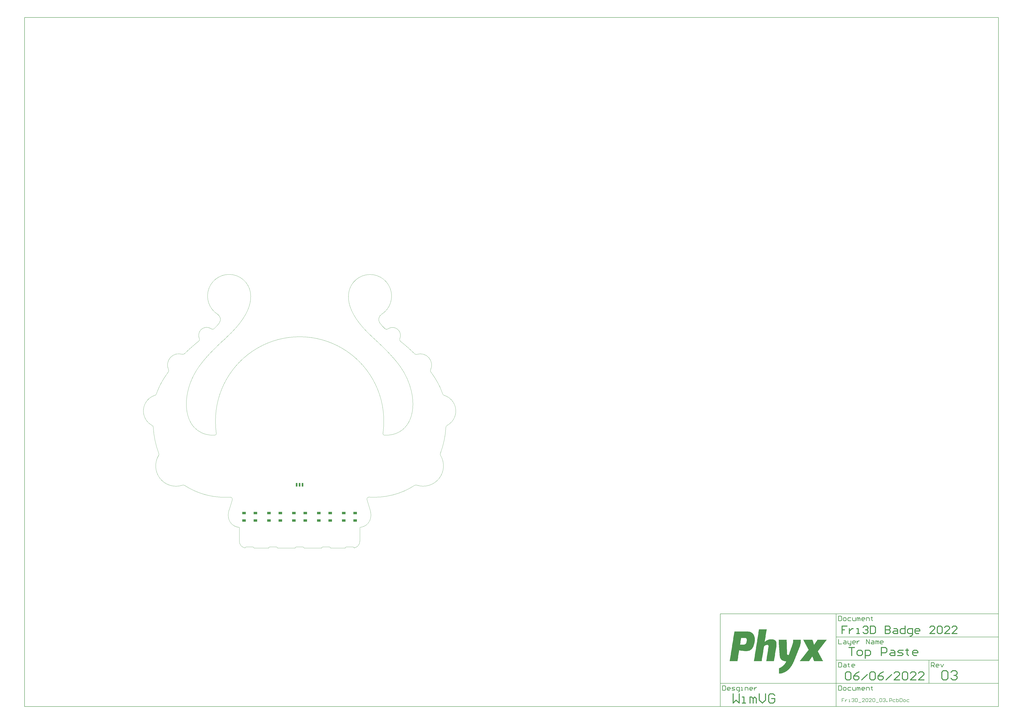
<source format=gtp>
G04*
G04 #@! TF.GenerationSoftware,Altium Limited,Altium Designer,22.6.0 (29)*
G04*
G04 Layer_Color=8421504*
%FSLAX25Y25*%
%MOIN*%
G70*
G04*
G04 #@! TF.SameCoordinates,2F1E6D50-AEE9-41E4-90EB-1875A1A680C2*
G04*
G04*
G04 #@! TF.FilePolarity,Positive*
G04*
G01*
G75*
%ADD11C,0.00787*%
%ADD12C,0.01575*%
%ADD14C,0.00394*%
%ADD15C,0.00984*%
%ADD16R,0.03150X0.05906*%
%ADD17R,0.05906X0.03937*%
G36*
X761965Y-141778D02*
X763683D01*
Y-142065D01*
X764542D01*
Y-142351D01*
X765401D01*
Y-142637D01*
X766260D01*
Y-142924D01*
X766832D01*
Y-143210D01*
X767119D01*
Y-143496D01*
X767691D01*
Y-143783D01*
X767978D01*
Y-144069D01*
X768550D01*
Y-144355D01*
X768837D01*
Y-144641D01*
X769123D01*
Y-144928D01*
X769409D01*
Y-145214D01*
X769696D01*
Y-145501D01*
X769982D01*
Y-145787D01*
X770268D01*
Y-146073D01*
Y-146359D01*
X770554D01*
Y-146646D01*
X770841D01*
Y-146932D01*
Y-147218D01*
X771127D01*
Y-147505D01*
X771414D01*
Y-147791D01*
Y-148077D01*
X771700D01*
Y-148364D01*
Y-148650D01*
Y-148936D01*
X771986D01*
Y-149223D01*
Y-149509D01*
Y-149795D01*
X772272D01*
Y-150082D01*
Y-150368D01*
Y-150654D01*
Y-150940D01*
X772559D01*
Y-151227D01*
Y-151513D01*
Y-151799D01*
Y-152086D01*
Y-152372D01*
X772845D01*
Y-152658D01*
Y-152945D01*
Y-153231D01*
Y-153517D01*
Y-153804D01*
Y-154090D01*
Y-154376D01*
Y-154663D01*
Y-154949D01*
Y-155235D01*
Y-155521D01*
Y-155808D01*
Y-156094D01*
Y-156380D01*
Y-156667D01*
Y-156953D01*
Y-157239D01*
Y-157526D01*
Y-157812D01*
Y-158098D01*
X772559D01*
Y-158385D01*
Y-158671D01*
Y-158957D01*
Y-159244D01*
Y-159530D01*
Y-159816D01*
Y-160102D01*
X772272D01*
Y-160389D01*
Y-160675D01*
Y-160961D01*
Y-161248D01*
Y-161534D01*
X771986D01*
Y-161820D01*
Y-162107D01*
Y-162393D01*
Y-162679D01*
Y-162966D01*
X771700D01*
Y-163252D01*
Y-163538D01*
Y-163824D01*
X771414D01*
Y-164111D01*
Y-164397D01*
Y-164683D01*
Y-164970D01*
X771127D01*
Y-165256D01*
Y-165542D01*
Y-165829D01*
X770841D01*
Y-166115D01*
Y-166401D01*
X770554D01*
Y-166688D01*
Y-166974D01*
Y-167260D01*
X770268D01*
Y-167547D01*
Y-167833D01*
X769982D01*
Y-168119D01*
Y-168405D01*
X769696D01*
Y-168692D01*
Y-168978D01*
X769409D01*
Y-169264D01*
X769123D01*
Y-169551D01*
Y-169837D01*
X768837D01*
Y-170123D01*
X768550D01*
Y-170410D01*
X768264D01*
Y-170696D01*
Y-170982D01*
X767978D01*
Y-171269D01*
X767691D01*
Y-171555D01*
X767405D01*
Y-171841D01*
X767119D01*
Y-172127D01*
X766832D01*
Y-172414D01*
X766260D01*
Y-172700D01*
X765974D01*
Y-172986D01*
X765401D01*
Y-173273D01*
X765115D01*
Y-173559D01*
X764542D01*
Y-173845D01*
X763683D01*
Y-174132D01*
X762824D01*
Y-174418D01*
X761965D01*
Y-174704D01*
X760247D01*
Y-174991D01*
X755094D01*
Y-174704D01*
X752517D01*
Y-174418D01*
X750513D01*
Y-174132D01*
X749081D01*
Y-173845D01*
X747649D01*
Y-173559D01*
X746218D01*
Y-173845D01*
Y-174132D01*
Y-174418D01*
Y-174704D01*
Y-174991D01*
Y-175277D01*
Y-175563D01*
X745932D01*
Y-175850D01*
Y-176136D01*
Y-176422D01*
Y-176709D01*
Y-176995D01*
Y-177281D01*
X745645D01*
Y-177568D01*
Y-177854D01*
Y-178140D01*
Y-178426D01*
Y-178713D01*
Y-178999D01*
X745359D01*
Y-179285D01*
Y-179572D01*
Y-179858D01*
Y-180144D01*
Y-180431D01*
Y-180717D01*
Y-181003D01*
X745073D01*
Y-181290D01*
Y-181576D01*
Y-181862D01*
Y-182149D01*
Y-182435D01*
Y-182721D01*
X744786D01*
Y-183007D01*
Y-183294D01*
Y-183580D01*
Y-183866D01*
Y-184153D01*
Y-184439D01*
X744500D01*
Y-184725D01*
Y-185012D01*
Y-185298D01*
Y-185584D01*
Y-185871D01*
Y-186157D01*
Y-186443D01*
X744214D01*
Y-186730D01*
Y-187016D01*
Y-187302D01*
Y-187588D01*
Y-187875D01*
Y-188161D01*
X743927D01*
Y-188447D01*
Y-188734D01*
Y-189020D01*
Y-189306D01*
Y-189593D01*
Y-189879D01*
X743641D01*
Y-190165D01*
Y-190452D01*
Y-190738D01*
Y-191024D01*
Y-191311D01*
Y-191597D01*
Y-191883D01*
X730184D01*
Y-191597D01*
X730471D01*
Y-191311D01*
Y-191024D01*
Y-190738D01*
Y-190452D01*
Y-190165D01*
X730757D01*
Y-189879D01*
Y-189593D01*
Y-189306D01*
Y-189020D01*
Y-188734D01*
Y-188447D01*
Y-188161D01*
X731043D01*
Y-187875D01*
Y-187588D01*
Y-187302D01*
Y-187016D01*
Y-186730D01*
Y-186443D01*
X731330D01*
Y-186157D01*
Y-185871D01*
Y-185584D01*
Y-185298D01*
Y-185012D01*
Y-184725D01*
X731616D01*
Y-184439D01*
Y-184153D01*
Y-183866D01*
Y-183580D01*
Y-183294D01*
Y-183007D01*
Y-182721D01*
X731902D01*
Y-182435D01*
Y-182149D01*
Y-181862D01*
Y-181576D01*
Y-181290D01*
Y-181003D01*
X732189D01*
Y-180717D01*
Y-180431D01*
Y-180144D01*
Y-179858D01*
Y-179572D01*
Y-179285D01*
X732475D01*
Y-178999D01*
Y-178713D01*
Y-178426D01*
Y-178140D01*
Y-177854D01*
Y-177568D01*
X732761D01*
Y-177281D01*
Y-176995D01*
Y-176709D01*
Y-176422D01*
Y-176136D01*
Y-175850D01*
Y-175563D01*
X733047D01*
Y-175277D01*
Y-174991D01*
Y-174704D01*
Y-174418D01*
Y-174132D01*
Y-173845D01*
X733334D01*
Y-173559D01*
Y-173273D01*
Y-172986D01*
Y-172700D01*
Y-172414D01*
Y-172127D01*
X733620D01*
Y-171841D01*
Y-171555D01*
Y-171269D01*
Y-170982D01*
Y-170696D01*
Y-170410D01*
X733907D01*
Y-170123D01*
Y-169837D01*
Y-169551D01*
Y-169264D01*
Y-168978D01*
Y-168692D01*
Y-168405D01*
X734193D01*
Y-168119D01*
Y-167833D01*
Y-167547D01*
Y-167260D01*
Y-166974D01*
Y-166688D01*
X734479D01*
Y-166401D01*
Y-166115D01*
Y-165829D01*
Y-165542D01*
Y-165256D01*
Y-164970D01*
X734765D01*
Y-164683D01*
Y-164397D01*
Y-164111D01*
Y-163824D01*
Y-163538D01*
Y-163252D01*
Y-162966D01*
X735052D01*
Y-162679D01*
Y-162393D01*
Y-162107D01*
Y-161820D01*
Y-161534D01*
Y-161248D01*
X735338D01*
Y-160961D01*
Y-160675D01*
Y-160389D01*
Y-160102D01*
Y-159816D01*
Y-159530D01*
X735624D01*
Y-159244D01*
Y-158957D01*
Y-158671D01*
Y-158385D01*
Y-158098D01*
Y-157812D01*
X735911D01*
Y-157526D01*
Y-157239D01*
Y-156953D01*
Y-156667D01*
Y-156380D01*
Y-156094D01*
Y-155808D01*
X736197D01*
Y-155521D01*
Y-155235D01*
Y-154949D01*
Y-154663D01*
Y-154376D01*
Y-154090D01*
X736483D01*
Y-153804D01*
Y-153517D01*
Y-153231D01*
Y-152945D01*
Y-152658D01*
Y-152372D01*
X736770D01*
Y-152086D01*
Y-151799D01*
Y-151513D01*
Y-151227D01*
Y-150940D01*
Y-150654D01*
Y-150368D01*
X737056D01*
Y-150082D01*
Y-149795D01*
Y-149509D01*
Y-149223D01*
Y-148936D01*
Y-148650D01*
X737342D01*
Y-148364D01*
Y-148077D01*
Y-147791D01*
Y-147505D01*
Y-147218D01*
Y-146932D01*
X737629D01*
Y-146646D01*
Y-146359D01*
Y-146073D01*
Y-145787D01*
Y-145501D01*
Y-145214D01*
Y-144928D01*
X737915D01*
Y-144641D01*
Y-144355D01*
Y-144069D01*
Y-143783D01*
Y-143496D01*
Y-143210D01*
X738201D01*
Y-142924D01*
Y-142637D01*
Y-142351D01*
Y-142065D01*
Y-141778D01*
Y-141492D01*
X761965D01*
Y-141778D01*
D02*
G37*
G36*
X793173Y-138343D02*
Y-138629D01*
X792887D01*
Y-138915D01*
Y-139202D01*
Y-139488D01*
Y-139774D01*
Y-140060D01*
Y-140347D01*
X792601D01*
Y-140633D01*
Y-140919D01*
Y-141206D01*
Y-141492D01*
Y-141778D01*
Y-142065D01*
X792314D01*
Y-142351D01*
Y-142637D01*
Y-142924D01*
Y-143210D01*
Y-143496D01*
Y-143783D01*
Y-144069D01*
X792028D01*
Y-144355D01*
Y-144641D01*
Y-144928D01*
Y-145214D01*
Y-145501D01*
Y-145787D01*
X791742D01*
Y-146073D01*
Y-146359D01*
Y-146646D01*
Y-146932D01*
Y-147218D01*
Y-147505D01*
X791455D01*
Y-147791D01*
Y-148077D01*
Y-148364D01*
Y-148650D01*
Y-148936D01*
Y-149223D01*
Y-149509D01*
X791169D01*
Y-149795D01*
Y-150082D01*
Y-150368D01*
Y-150654D01*
Y-150940D01*
Y-151227D01*
X790883D01*
Y-151513D01*
Y-151799D01*
Y-152086D01*
Y-152372D01*
Y-152658D01*
Y-152945D01*
X790596D01*
Y-153231D01*
Y-153517D01*
Y-153804D01*
Y-154090D01*
Y-154376D01*
Y-154663D01*
X790310D01*
Y-154949D01*
Y-155235D01*
Y-155521D01*
Y-155808D01*
Y-156094D01*
Y-156380D01*
Y-156667D01*
X790024D01*
Y-156953D01*
Y-157239D01*
Y-157526D01*
Y-157812D01*
Y-158098D01*
Y-158385D01*
X789738D01*
Y-158671D01*
Y-158957D01*
X790310D01*
Y-158671D01*
X790596D01*
Y-158385D01*
X790883D01*
Y-158098D01*
X791455D01*
Y-157812D01*
X791742D01*
Y-157526D01*
X792028D01*
Y-157239D01*
X792601D01*
Y-156953D01*
X793173D01*
Y-156667D01*
X793460D01*
Y-156380D01*
X794032D01*
Y-156094D01*
X794891D01*
Y-155808D01*
X795464D01*
Y-155521D01*
X796323D01*
Y-155235D01*
X797754D01*
Y-154949D01*
X804053D01*
Y-155235D01*
X805198D01*
Y-155521D01*
X806057D01*
Y-155808D01*
X806630D01*
Y-156094D01*
X806916D01*
Y-156380D01*
X807489D01*
Y-156667D01*
X807775D01*
Y-156953D01*
X808062D01*
Y-157239D01*
X808348D01*
Y-157526D01*
X808634D01*
Y-157812D01*
Y-158098D01*
X808920D01*
Y-158385D01*
Y-158671D01*
X809207D01*
Y-158957D01*
Y-159244D01*
Y-159530D01*
X809493D01*
Y-159816D01*
Y-160102D01*
Y-160389D01*
Y-160675D01*
X809779D01*
Y-160961D01*
Y-161248D01*
Y-161534D01*
Y-161820D01*
Y-162107D01*
Y-162393D01*
Y-162679D01*
Y-162966D01*
Y-163252D01*
Y-163538D01*
Y-163824D01*
Y-164111D01*
Y-164397D01*
Y-164683D01*
Y-164970D01*
Y-165256D01*
Y-165542D01*
Y-165829D01*
X809493D01*
Y-166115D01*
Y-166401D01*
Y-166688D01*
Y-166974D01*
Y-167260D01*
Y-167547D01*
Y-167833D01*
X809207D01*
Y-168119D01*
Y-168405D01*
Y-168692D01*
Y-168978D01*
Y-169264D01*
Y-169551D01*
Y-169837D01*
X808920D01*
Y-170123D01*
Y-170410D01*
Y-170696D01*
Y-170982D01*
Y-171269D01*
Y-171555D01*
X808634D01*
Y-171841D01*
Y-172127D01*
Y-172414D01*
Y-172700D01*
Y-172986D01*
Y-173273D01*
X808348D01*
Y-173559D01*
Y-173845D01*
Y-174132D01*
Y-174418D01*
Y-174704D01*
Y-174991D01*
X808062D01*
Y-175277D01*
Y-175563D01*
Y-175850D01*
Y-176136D01*
Y-176422D01*
Y-176709D01*
Y-176995D01*
X807775D01*
Y-177281D01*
Y-177568D01*
Y-177854D01*
Y-178140D01*
Y-178426D01*
Y-178713D01*
X807489D01*
Y-178999D01*
Y-179285D01*
Y-179572D01*
Y-179858D01*
Y-180144D01*
Y-180431D01*
X807203D01*
Y-180717D01*
Y-181003D01*
Y-181290D01*
Y-181576D01*
Y-181862D01*
Y-182149D01*
Y-182435D01*
X806916D01*
Y-182721D01*
Y-183007D01*
Y-183294D01*
Y-183580D01*
Y-183866D01*
Y-184153D01*
X806630D01*
Y-184439D01*
Y-184725D01*
Y-185012D01*
Y-185298D01*
Y-185584D01*
Y-185871D01*
X806344D01*
Y-186157D01*
Y-186443D01*
Y-186730D01*
Y-187016D01*
Y-187302D01*
Y-187588D01*
X806057D01*
Y-187875D01*
Y-188161D01*
Y-188447D01*
Y-188734D01*
Y-189020D01*
Y-189306D01*
Y-189593D01*
X805771D01*
Y-189879D01*
Y-190165D01*
Y-190452D01*
Y-190738D01*
Y-191024D01*
Y-191311D01*
X805485D01*
Y-191597D01*
Y-191883D01*
X792314D01*
Y-191597D01*
Y-191311D01*
X792601D01*
Y-191024D01*
Y-190738D01*
Y-190452D01*
Y-190165D01*
Y-189879D01*
Y-189593D01*
X792887D01*
Y-189306D01*
Y-189020D01*
Y-188734D01*
Y-188447D01*
Y-188161D01*
Y-187875D01*
Y-187588D01*
X793173D01*
Y-187302D01*
Y-187016D01*
Y-186730D01*
Y-186443D01*
Y-186157D01*
Y-185871D01*
X793460D01*
Y-185584D01*
Y-185298D01*
Y-185012D01*
Y-184725D01*
Y-184439D01*
Y-184153D01*
X793746D01*
Y-183866D01*
Y-183580D01*
Y-183294D01*
Y-183007D01*
Y-182721D01*
Y-182435D01*
Y-182149D01*
X794032D01*
Y-181862D01*
Y-181576D01*
Y-181290D01*
Y-181003D01*
Y-180717D01*
Y-180431D01*
X794318D01*
Y-180144D01*
Y-179858D01*
Y-179572D01*
Y-179285D01*
Y-178999D01*
Y-178713D01*
Y-178426D01*
X794605D01*
Y-178140D01*
Y-177854D01*
Y-177568D01*
Y-177281D01*
Y-176995D01*
Y-176709D01*
X794891D01*
Y-176422D01*
Y-176136D01*
Y-175850D01*
Y-175563D01*
Y-175277D01*
Y-174991D01*
X795177D01*
Y-174704D01*
Y-174418D01*
Y-174132D01*
Y-173845D01*
Y-173559D01*
Y-173273D01*
X795464D01*
Y-172986D01*
Y-172700D01*
Y-172414D01*
Y-172127D01*
Y-171841D01*
Y-171555D01*
Y-171269D01*
X795750D01*
Y-170982D01*
Y-170696D01*
Y-170410D01*
Y-170123D01*
Y-169837D01*
Y-169551D01*
X796036D01*
Y-169264D01*
Y-168978D01*
Y-168692D01*
Y-168405D01*
Y-168119D01*
Y-167833D01*
Y-167547D01*
X796323D01*
Y-167260D01*
Y-166974D01*
Y-166688D01*
Y-166401D01*
Y-166115D01*
Y-165829D01*
X796036D01*
Y-165542D01*
Y-165256D01*
X795750D01*
Y-164970D01*
X795464D01*
Y-164683D01*
X794891D01*
Y-164397D01*
X793173D01*
Y-164683D01*
X791742D01*
Y-164970D01*
X790883D01*
Y-165256D01*
X790310D01*
Y-165542D01*
X790024D01*
Y-165829D01*
X789451D01*
Y-166115D01*
X789165D01*
Y-166401D01*
X788878D01*
Y-166688D01*
Y-166974D01*
X788592D01*
Y-167260D01*
Y-167547D01*
Y-167833D01*
X788306D01*
Y-168119D01*
Y-168405D01*
Y-168692D01*
Y-168978D01*
Y-169264D01*
Y-169551D01*
X788020D01*
Y-169837D01*
Y-170123D01*
Y-170410D01*
Y-170696D01*
Y-170982D01*
Y-171269D01*
Y-171555D01*
X787733D01*
Y-171841D01*
Y-172127D01*
Y-172414D01*
Y-172700D01*
Y-172986D01*
Y-173273D01*
X787447D01*
Y-173559D01*
Y-173845D01*
Y-174132D01*
Y-174418D01*
Y-174704D01*
Y-174991D01*
X787161D01*
Y-175277D01*
Y-175563D01*
Y-175850D01*
Y-176136D01*
Y-176422D01*
Y-176709D01*
X786874D01*
Y-176995D01*
Y-177281D01*
Y-177568D01*
Y-177854D01*
Y-178140D01*
Y-178426D01*
Y-178713D01*
X786588D01*
Y-178999D01*
Y-179285D01*
Y-179572D01*
Y-179858D01*
Y-180144D01*
Y-180431D01*
X786302D01*
Y-180717D01*
Y-181003D01*
Y-181290D01*
Y-181576D01*
Y-181862D01*
Y-182149D01*
X786015D01*
Y-182435D01*
Y-182721D01*
Y-183007D01*
Y-183294D01*
Y-183580D01*
Y-183866D01*
Y-184153D01*
X785729D01*
Y-184439D01*
Y-184725D01*
Y-185012D01*
Y-185298D01*
Y-185584D01*
Y-185871D01*
X785443D01*
Y-186157D01*
Y-186443D01*
Y-186730D01*
Y-187016D01*
Y-187302D01*
Y-187588D01*
X785156D01*
Y-187875D01*
Y-188161D01*
Y-188447D01*
Y-188734D01*
Y-189020D01*
Y-189306D01*
X784870D01*
Y-189593D01*
Y-189879D01*
Y-190165D01*
Y-190452D01*
Y-190738D01*
Y-191024D01*
Y-191311D01*
X784584D01*
Y-191597D01*
Y-191883D01*
X771414D01*
Y-191597D01*
Y-191311D01*
X771700D01*
Y-191024D01*
Y-190738D01*
Y-190452D01*
Y-190165D01*
Y-189879D01*
Y-189593D01*
Y-189306D01*
X771986D01*
Y-189020D01*
Y-188734D01*
Y-188447D01*
Y-188161D01*
Y-187875D01*
Y-187588D01*
X772272D01*
Y-187302D01*
Y-187016D01*
Y-186730D01*
Y-186443D01*
Y-186157D01*
Y-185871D01*
X772559D01*
Y-185584D01*
Y-185298D01*
Y-185012D01*
Y-184725D01*
Y-184439D01*
Y-184153D01*
Y-183866D01*
X772845D01*
Y-183580D01*
Y-183294D01*
Y-183007D01*
Y-182721D01*
Y-182435D01*
Y-182149D01*
X773131D01*
Y-181862D01*
Y-181576D01*
Y-181290D01*
Y-181003D01*
Y-180717D01*
Y-180431D01*
X773418D01*
Y-180144D01*
Y-179858D01*
Y-179572D01*
Y-179285D01*
Y-178999D01*
Y-178713D01*
X773704D01*
Y-178426D01*
Y-178140D01*
Y-177854D01*
Y-177568D01*
Y-177281D01*
Y-176995D01*
Y-176709D01*
X773990D01*
Y-176422D01*
Y-176136D01*
Y-175850D01*
Y-175563D01*
Y-175277D01*
Y-174991D01*
X774277D01*
Y-174704D01*
Y-174418D01*
Y-174132D01*
Y-173845D01*
Y-173559D01*
Y-173273D01*
X774563D01*
Y-172986D01*
Y-172700D01*
Y-172414D01*
Y-172127D01*
Y-171841D01*
Y-171555D01*
Y-171269D01*
X774849D01*
Y-170982D01*
Y-170696D01*
Y-170410D01*
Y-170123D01*
Y-169837D01*
Y-169551D01*
X775136D01*
Y-169264D01*
Y-168978D01*
Y-168692D01*
Y-168405D01*
Y-168119D01*
Y-167833D01*
X775422D01*
Y-167547D01*
Y-167260D01*
Y-166974D01*
Y-166688D01*
Y-166401D01*
Y-166115D01*
X775708D01*
Y-165829D01*
Y-165542D01*
Y-165256D01*
Y-164970D01*
Y-164683D01*
Y-164397D01*
Y-164111D01*
X775994D01*
Y-163824D01*
Y-163538D01*
Y-163252D01*
Y-162966D01*
Y-162679D01*
Y-162393D01*
X776281D01*
Y-162107D01*
Y-161820D01*
Y-161534D01*
Y-161248D01*
Y-160961D01*
Y-160675D01*
X776567D01*
Y-160389D01*
Y-160102D01*
Y-159816D01*
Y-159530D01*
Y-159244D01*
Y-158957D01*
X776853D01*
Y-158671D01*
Y-158385D01*
Y-158098D01*
Y-157812D01*
Y-157526D01*
Y-157239D01*
Y-156953D01*
X777140D01*
Y-156667D01*
Y-156380D01*
Y-156094D01*
Y-155808D01*
Y-155521D01*
Y-155235D01*
X777426D01*
Y-154949D01*
Y-154663D01*
Y-154376D01*
Y-154090D01*
Y-153804D01*
Y-153517D01*
X777712D01*
Y-153231D01*
Y-152945D01*
Y-152658D01*
Y-152372D01*
Y-152086D01*
Y-151799D01*
Y-151513D01*
X777999D01*
Y-151227D01*
Y-150940D01*
Y-150654D01*
Y-150368D01*
Y-150082D01*
Y-149795D01*
X778285D01*
Y-149509D01*
Y-149223D01*
Y-148936D01*
Y-148650D01*
Y-148364D01*
Y-148077D01*
X778571D01*
Y-147791D01*
Y-147505D01*
Y-147218D01*
Y-146932D01*
Y-146646D01*
Y-146359D01*
X778858D01*
Y-146073D01*
Y-145787D01*
Y-145501D01*
Y-145214D01*
Y-144928D01*
Y-144641D01*
Y-144355D01*
X779144D01*
Y-144069D01*
Y-143783D01*
Y-143496D01*
Y-143210D01*
Y-142924D01*
Y-142637D01*
X779430D01*
Y-142351D01*
Y-142065D01*
Y-141778D01*
Y-141492D01*
Y-141206D01*
Y-140919D01*
X779716D01*
Y-140633D01*
Y-140347D01*
Y-140060D01*
Y-139774D01*
Y-139488D01*
Y-139202D01*
Y-138915D01*
X780003D01*
Y-138629D01*
Y-138343D01*
Y-138056D01*
X793173D01*
Y-138343D01*
D02*
G37*
G36*
X895101Y-155808D02*
X894814D01*
Y-156094D01*
X894528D01*
Y-156380D01*
Y-156667D01*
X894242D01*
Y-156953D01*
X893955D01*
Y-157239D01*
X893669D01*
Y-157526D01*
Y-157812D01*
X893383D01*
Y-158098D01*
X893096D01*
Y-158385D01*
X892810D01*
Y-158671D01*
X892524D01*
Y-158957D01*
Y-159244D01*
X892237D01*
Y-159530D01*
X891951D01*
Y-159816D01*
X891665D01*
Y-160102D01*
Y-160389D01*
X891378D01*
Y-160675D01*
X891092D01*
Y-160961D01*
X890806D01*
Y-161248D01*
X890520D01*
Y-161534D01*
Y-161820D01*
X890233D01*
Y-162107D01*
X889947D01*
Y-162393D01*
X889661D01*
Y-162679D01*
Y-162966D01*
X889374D01*
Y-163252D01*
X889088D01*
Y-163538D01*
X888802D01*
Y-163824D01*
Y-164111D01*
X888515D01*
Y-164397D01*
X888229D01*
Y-164683D01*
X887943D01*
Y-164970D01*
X887656D01*
Y-165256D01*
Y-165542D01*
X887370D01*
Y-165829D01*
X887084D01*
Y-166115D01*
X886798D01*
Y-166401D01*
Y-166688D01*
X886511D01*
Y-166974D01*
X886225D01*
Y-167260D01*
X885939D01*
Y-167547D01*
Y-167833D01*
X885652D01*
Y-168119D01*
X885366D01*
Y-168405D01*
X885080D01*
Y-168692D01*
X884793D01*
Y-168978D01*
Y-169264D01*
X884507D01*
Y-169551D01*
X884221D01*
Y-169837D01*
X883934D01*
Y-170123D01*
Y-170410D01*
X883648D01*
Y-170696D01*
X883362D01*
Y-170982D01*
X883076D01*
Y-171269D01*
Y-171555D01*
X882789D01*
Y-171841D01*
X882503D01*
Y-172127D01*
X882216D01*
Y-172414D01*
X881930D01*
Y-172700D01*
Y-172986D01*
X881644D01*
Y-173273D01*
X881358D01*
Y-173559D01*
X881071D01*
Y-173845D01*
Y-174132D01*
X880785D01*
Y-174418D01*
X880499D01*
Y-174704D01*
X880212D01*
Y-174991D01*
X879926D01*
Y-175277D01*
Y-175563D01*
X880212D01*
Y-175850D01*
Y-176136D01*
X880499D01*
Y-176422D01*
Y-176709D01*
X880785D01*
Y-176995D01*
X881071D01*
Y-177281D01*
Y-177568D01*
X881358D01*
Y-177854D01*
Y-178140D01*
X881644D01*
Y-178426D01*
Y-178713D01*
X881930D01*
Y-178999D01*
Y-179285D01*
X882216D01*
Y-179572D01*
Y-179858D01*
X882503D01*
Y-180144D01*
Y-180431D01*
X882789D01*
Y-180717D01*
Y-181003D01*
X883076D01*
Y-181290D01*
Y-181576D01*
X883362D01*
Y-181862D01*
X883648D01*
Y-182149D01*
Y-182435D01*
X883934D01*
Y-182721D01*
Y-183007D01*
X884221D01*
Y-183294D01*
Y-183580D01*
X884507D01*
Y-183866D01*
Y-184153D01*
X884793D01*
Y-184439D01*
Y-184725D01*
X885080D01*
Y-185012D01*
Y-185298D01*
X885366D01*
Y-185584D01*
Y-185871D01*
X885652D01*
Y-186157D01*
X885939D01*
Y-186443D01*
Y-186730D01*
X886225D01*
Y-187016D01*
Y-187302D01*
X886511D01*
Y-187588D01*
Y-187875D01*
X886798D01*
Y-188161D01*
Y-188447D01*
X887084D01*
Y-188734D01*
Y-189020D01*
X887370D01*
Y-189306D01*
Y-189593D01*
X887656D01*
Y-189879D01*
Y-190165D01*
X887943D01*
Y-190452D01*
X888229D01*
Y-190738D01*
Y-191024D01*
X888515D01*
Y-191311D01*
Y-191597D01*
X888802D01*
Y-191883D01*
X873627D01*
Y-191597D01*
X873341D01*
Y-191311D01*
Y-191024D01*
Y-190738D01*
X873055D01*
Y-190452D01*
Y-190165D01*
Y-189879D01*
X872768D01*
Y-189593D01*
Y-189306D01*
X872482D01*
Y-189020D01*
Y-188734D01*
Y-188447D01*
X872196D01*
Y-188161D01*
Y-187875D01*
Y-187588D01*
X871909D01*
Y-187302D01*
Y-187016D01*
X871623D01*
Y-186730D01*
Y-186443D01*
Y-186157D01*
X871337D01*
Y-185871D01*
Y-185584D01*
Y-185298D01*
X871050D01*
Y-185012D01*
Y-184725D01*
Y-184439D01*
X870764D01*
Y-184153D01*
X870191D01*
Y-184439D01*
Y-184725D01*
X869905D01*
Y-185012D01*
X869619D01*
Y-185298D01*
Y-185584D01*
X869332D01*
Y-185871D01*
X869046D01*
Y-186157D01*
Y-186443D01*
X868760D01*
Y-186730D01*
X868474D01*
Y-187016D01*
Y-187302D01*
X868187D01*
Y-187588D01*
X867901D01*
Y-187875D01*
X867615D01*
Y-188161D01*
Y-188447D01*
X867328D01*
Y-188734D01*
X867042D01*
Y-189020D01*
Y-189306D01*
X866756D01*
Y-189593D01*
X866469D01*
Y-189879D01*
Y-190165D01*
X866183D01*
Y-190452D01*
X865897D01*
Y-190738D01*
Y-191024D01*
X865610D01*
Y-191311D01*
X865324D01*
Y-191597D01*
Y-191883D01*
X849290D01*
Y-191597D01*
X849577D01*
Y-191311D01*
X849863D01*
Y-191024D01*
X850150D01*
Y-190738D01*
X850436D01*
Y-190452D01*
Y-190165D01*
X850722D01*
Y-189879D01*
X851008D01*
Y-189593D01*
X851295D01*
Y-189306D01*
X851581D01*
Y-189020D01*
Y-188734D01*
X851867D01*
Y-188447D01*
X852154D01*
Y-188161D01*
X852440D01*
Y-187875D01*
Y-187588D01*
X852726D01*
Y-187302D01*
X853013D01*
Y-187016D01*
X853299D01*
Y-186730D01*
X853585D01*
Y-186443D01*
Y-186157D01*
X853872D01*
Y-185871D01*
X854158D01*
Y-185584D01*
X854444D01*
Y-185298D01*
X854731D01*
Y-185012D01*
Y-184725D01*
X855017D01*
Y-184439D01*
X855303D01*
Y-184153D01*
X855589D01*
Y-183866D01*
Y-183580D01*
X855876D01*
Y-183294D01*
X856162D01*
Y-183007D01*
X856448D01*
Y-182721D01*
X856735D01*
Y-182435D01*
Y-182149D01*
X857021D01*
Y-181862D01*
X857307D01*
Y-181576D01*
X857594D01*
Y-181290D01*
Y-181003D01*
X857880D01*
Y-180717D01*
X858166D01*
Y-180431D01*
X858453D01*
Y-180144D01*
X858739D01*
Y-179858D01*
Y-179572D01*
X859025D01*
Y-179285D01*
X859311D01*
Y-178999D01*
X859598D01*
Y-178713D01*
Y-178426D01*
X859884D01*
Y-178140D01*
X860170D01*
Y-177854D01*
X860457D01*
Y-177568D01*
X860743D01*
Y-177281D01*
Y-176995D01*
X861029D01*
Y-176709D01*
X861316D01*
Y-176422D01*
X861602D01*
Y-176136D01*
X861888D01*
Y-175850D01*
Y-175563D01*
X862175D01*
Y-175277D01*
X862461D01*
Y-174991D01*
X862747D01*
Y-174704D01*
Y-174418D01*
X863034D01*
Y-174132D01*
X863320D01*
Y-173845D01*
X863606D01*
Y-173559D01*
X863892D01*
Y-173273D01*
Y-172986D01*
X864179D01*
Y-172700D01*
Y-172414D01*
Y-172127D01*
X863892D01*
Y-171841D01*
X863606D01*
Y-171555D01*
Y-171269D01*
X863320D01*
Y-170982D01*
Y-170696D01*
X863034D01*
Y-170410D01*
Y-170123D01*
X862747D01*
Y-169837D01*
Y-169551D01*
X862461D01*
Y-169264D01*
Y-168978D01*
X862175D01*
Y-168692D01*
Y-168405D01*
X861888D01*
Y-168119D01*
X861602D01*
Y-167833D01*
Y-167547D01*
X861316D01*
Y-167260D01*
Y-166974D01*
X861029D01*
Y-166688D01*
Y-166401D01*
X860743D01*
Y-166115D01*
Y-165829D01*
X860457D01*
Y-165542D01*
Y-165256D01*
X860170D01*
Y-164970D01*
Y-164683D01*
X859884D01*
Y-164397D01*
X859598D01*
Y-164111D01*
Y-163824D01*
X859311D01*
Y-163538D01*
Y-163252D01*
X859025D01*
Y-162966D01*
Y-162679D01*
X858739D01*
Y-162393D01*
Y-162107D01*
X858453D01*
Y-161820D01*
Y-161534D01*
X858166D01*
Y-161248D01*
Y-160961D01*
X857880D01*
Y-160675D01*
Y-160389D01*
X857594D01*
Y-160102D01*
X857307D01*
Y-159816D01*
Y-159530D01*
X857021D01*
Y-159244D01*
Y-158957D01*
X856735D01*
Y-158671D01*
Y-158385D01*
X856448D01*
Y-158098D01*
Y-157812D01*
X856162D01*
Y-157526D01*
Y-157239D01*
X855876D01*
Y-156953D01*
Y-156667D01*
X855589D01*
Y-156380D01*
X855303D01*
Y-156094D01*
Y-155808D01*
X855017D01*
Y-155521D01*
X870764D01*
Y-155808D01*
X871050D01*
Y-156094D01*
Y-156380D01*
Y-156667D01*
X871337D01*
Y-156953D01*
Y-157239D01*
Y-157526D01*
X871623D01*
Y-157812D01*
Y-158098D01*
Y-158385D01*
X871909D01*
Y-158671D01*
Y-158957D01*
Y-159244D01*
X872196D01*
Y-159530D01*
Y-159816D01*
Y-160102D01*
X872482D01*
Y-160389D01*
Y-160675D01*
Y-160961D01*
X872768D01*
Y-161248D01*
Y-161534D01*
Y-161820D01*
X873055D01*
Y-162107D01*
Y-162393D01*
Y-162679D01*
X873341D01*
Y-162966D01*
Y-163252D01*
Y-163538D01*
Y-163824D01*
X873913D01*
Y-163538D01*
X874200D01*
Y-163252D01*
X874486D01*
Y-162966D01*
Y-162679D01*
X874772D01*
Y-162393D01*
X875059D01*
Y-162107D01*
Y-161820D01*
X875345D01*
Y-161534D01*
X875631D01*
Y-161248D01*
Y-160961D01*
X875918D01*
Y-160675D01*
X876204D01*
Y-160389D01*
Y-160102D01*
X876490D01*
Y-159816D01*
X876777D01*
Y-159530D01*
Y-159244D01*
X877063D01*
Y-158957D01*
X877349D01*
Y-158671D01*
Y-158385D01*
X877635D01*
Y-158098D01*
X877922D01*
Y-157812D01*
Y-157526D01*
X878208D01*
Y-157239D01*
X878494D01*
Y-156953D01*
Y-156667D01*
X878781D01*
Y-156380D01*
X879067D01*
Y-156094D01*
Y-155808D01*
X879353D01*
Y-155521D01*
X895101D01*
Y-155808D01*
D02*
G37*
G36*
X851008D02*
Y-156094D01*
Y-156380D01*
Y-156667D01*
Y-156953D01*
Y-157239D01*
Y-157526D01*
Y-157812D01*
Y-158098D01*
Y-158385D01*
Y-158671D01*
Y-158957D01*
Y-159244D01*
Y-159530D01*
Y-159816D01*
Y-160102D01*
Y-160389D01*
Y-160675D01*
Y-160961D01*
Y-161248D01*
Y-161534D01*
X850722D01*
Y-161820D01*
Y-162107D01*
Y-162393D01*
Y-162679D01*
Y-162966D01*
X850436D01*
Y-163252D01*
Y-163538D01*
Y-163824D01*
Y-164111D01*
X850150D01*
Y-164397D01*
Y-164683D01*
Y-164970D01*
Y-165256D01*
X849863D01*
Y-165542D01*
Y-165829D01*
Y-166115D01*
X849577D01*
Y-166401D01*
Y-166688D01*
Y-166974D01*
X849290D01*
Y-167260D01*
Y-167547D01*
Y-167833D01*
X849004D01*
Y-168119D01*
Y-168405D01*
Y-168692D01*
X848718D01*
Y-168978D01*
Y-169264D01*
X848432D01*
Y-169551D01*
Y-169837D01*
X848145D01*
Y-170123D01*
Y-170410D01*
Y-170696D01*
X847859D01*
Y-170982D01*
Y-171269D01*
X847573D01*
Y-171555D01*
Y-171841D01*
Y-172127D01*
X847286D01*
Y-172414D01*
Y-172700D01*
X847000D01*
Y-172986D01*
Y-173273D01*
Y-173559D01*
X846714D01*
Y-173845D01*
Y-174132D01*
X846427D01*
Y-174418D01*
Y-174704D01*
Y-174991D01*
X846141D01*
Y-175277D01*
Y-175563D01*
X845855D01*
Y-175850D01*
Y-176136D01*
Y-176422D01*
X845568D01*
Y-176709D01*
Y-176995D01*
X845282D01*
Y-177281D01*
Y-177568D01*
Y-177854D01*
X844996D01*
Y-178140D01*
Y-178426D01*
X844709D01*
Y-178713D01*
Y-178999D01*
Y-179285D01*
X844423D01*
Y-179572D01*
Y-179858D01*
X844137D01*
Y-180144D01*
Y-180431D01*
Y-180717D01*
X843851D01*
Y-181003D01*
Y-181290D01*
X843564D01*
Y-181576D01*
Y-181862D01*
Y-182149D01*
X843278D01*
Y-182435D01*
Y-182721D01*
X842992D01*
Y-183007D01*
Y-183294D01*
Y-183580D01*
X842705D01*
Y-183866D01*
Y-184153D01*
X842419D01*
Y-184439D01*
Y-184725D01*
Y-185012D01*
X842133D01*
Y-185298D01*
Y-185584D01*
X841846D01*
Y-185871D01*
Y-186157D01*
Y-186443D01*
X841560D01*
Y-186730D01*
Y-187016D01*
X841274D01*
Y-187302D01*
Y-187588D01*
Y-187875D01*
X840987D01*
Y-188161D01*
Y-188447D01*
X840701D01*
Y-188734D01*
Y-189020D01*
Y-189306D01*
X840415D01*
Y-189593D01*
Y-189879D01*
X840129D01*
Y-190165D01*
Y-190452D01*
Y-190738D01*
X839842D01*
Y-191024D01*
Y-191311D01*
X839556D01*
Y-191597D01*
Y-191883D01*
Y-192169D01*
X839270D01*
Y-192456D01*
Y-192742D01*
X838983D01*
Y-193028D01*
Y-193315D01*
X838697D01*
Y-193601D01*
Y-193887D01*
X838411D01*
Y-194174D01*
Y-194460D01*
Y-194746D01*
X838124D01*
Y-195033D01*
X837838D01*
Y-195319D01*
Y-195605D01*
Y-195891D01*
X837552D01*
Y-196178D01*
X837265D01*
Y-196464D01*
Y-196750D01*
X836979D01*
Y-197037D01*
Y-197323D01*
X836693D01*
Y-197609D01*
Y-197896D01*
X836407D01*
Y-198182D01*
Y-198468D01*
X836120D01*
Y-198755D01*
X835834D01*
Y-199041D01*
Y-199327D01*
X835548D01*
Y-199614D01*
Y-199900D01*
X835261D01*
Y-200186D01*
X834975D01*
Y-200472D01*
X834689D01*
Y-200759D01*
Y-201045D01*
X834402D01*
Y-201331D01*
X834116D01*
Y-201618D01*
Y-201904D01*
X833830D01*
Y-202190D01*
X833543D01*
Y-202477D01*
X833257D01*
Y-202763D01*
Y-203049D01*
X832971D01*
Y-203336D01*
X832684D01*
Y-203622D01*
X832398D01*
Y-203908D01*
X832112D01*
Y-204195D01*
X831826D01*
Y-204481D01*
Y-204767D01*
X831539D01*
Y-205053D01*
X831253D01*
Y-205340D01*
X830966D01*
Y-205626D01*
X830680D01*
Y-205912D01*
X830394D01*
Y-206199D01*
X830108D01*
Y-206485D01*
X829821D01*
Y-206771D01*
X829249D01*
Y-207058D01*
X828962D01*
Y-207344D01*
X828676D01*
Y-207630D01*
X828390D01*
Y-207917D01*
X828103D01*
Y-208203D01*
X827531D01*
Y-208489D01*
X827244D01*
Y-208776D01*
X826672D01*
Y-209062D01*
X826385D01*
Y-209348D01*
X825813D01*
Y-209634D01*
X825527D01*
Y-209921D01*
X824954D01*
Y-210207D01*
X824381D01*
Y-210493D01*
X823809D01*
Y-210780D01*
X823236D01*
Y-211066D01*
X822663D01*
Y-211352D01*
X821805D01*
Y-211639D01*
X821232D01*
Y-211925D01*
X820373D01*
Y-212211D01*
X819228D01*
Y-212498D01*
X818082D01*
Y-212784D01*
X816365D01*
Y-213070D01*
X814360D01*
Y-213357D01*
X814074D01*
Y-213070D01*
Y-212784D01*
Y-212498D01*
Y-212211D01*
Y-211925D01*
Y-211639D01*
Y-211352D01*
Y-211066D01*
Y-210780D01*
Y-210493D01*
Y-210207D01*
Y-209921D01*
Y-209634D01*
Y-209348D01*
Y-209062D01*
Y-208776D01*
Y-208489D01*
Y-208203D01*
Y-207917D01*
Y-207630D01*
Y-207344D01*
Y-207058D01*
Y-206771D01*
Y-206485D01*
Y-206199D01*
Y-205912D01*
Y-205626D01*
Y-205340D01*
Y-205053D01*
Y-204767D01*
Y-204481D01*
Y-204195D01*
Y-203908D01*
X814647D01*
Y-203622D01*
X815219D01*
Y-203336D01*
X815792D01*
Y-203049D01*
X816365D01*
Y-202763D01*
X816937D01*
Y-202477D01*
X817510D01*
Y-202190D01*
X817796D01*
Y-201904D01*
X818369D01*
Y-201618D01*
X818655D01*
Y-201331D01*
X819228D01*
Y-201045D01*
X819514D01*
Y-200759D01*
X819800D01*
Y-200472D01*
X820373D01*
Y-200186D01*
X820659D01*
Y-199900D01*
X820946D01*
Y-199614D01*
X821232D01*
Y-199327D01*
X821518D01*
Y-199041D01*
X821805D01*
Y-198755D01*
X822091D01*
Y-198468D01*
X822377D01*
Y-198182D01*
X822663D01*
Y-197896D01*
X822950D01*
Y-197609D01*
X823236D01*
Y-197323D01*
X823522D01*
Y-197037D01*
Y-196750D01*
X823809D01*
Y-196464D01*
X824095D01*
Y-196178D01*
X824381D01*
Y-195891D01*
Y-195605D01*
X824668D01*
Y-195319D01*
X824954D01*
Y-195033D01*
Y-194746D01*
X825240D01*
Y-194460D01*
Y-194174D01*
X825527D01*
Y-193887D01*
X825813D01*
Y-193601D01*
Y-193315D01*
X826099D01*
Y-193028D01*
Y-192742D01*
X826385D01*
Y-192456D01*
Y-192169D01*
X824668D01*
Y-191883D01*
X822663D01*
Y-191597D01*
X821518D01*
Y-191311D01*
X820946D01*
Y-191024D01*
X820087D01*
Y-190738D01*
X819514D01*
Y-190452D01*
X819228D01*
Y-190165D01*
X818655D01*
Y-189879D01*
X818369D01*
Y-189593D01*
X818082D01*
Y-189306D01*
X817796D01*
Y-189020D01*
X817510D01*
Y-188734D01*
X817223D01*
Y-188447D01*
Y-188161D01*
X816937D01*
Y-187875D01*
X816651D01*
Y-187588D01*
Y-187302D01*
X816365D01*
Y-187016D01*
Y-186730D01*
X816078D01*
Y-186443D01*
Y-186157D01*
X815792D01*
Y-185871D01*
Y-185584D01*
Y-185298D01*
X815506D01*
Y-185012D01*
Y-184725D01*
Y-184439D01*
Y-184153D01*
X815219D01*
Y-183866D01*
Y-183580D01*
Y-183294D01*
Y-183007D01*
Y-182721D01*
Y-182435D01*
Y-182149D01*
X814933D01*
Y-181862D01*
Y-181576D01*
Y-181290D01*
Y-181003D01*
Y-180717D01*
Y-180431D01*
Y-180144D01*
Y-179858D01*
Y-179572D01*
Y-179285D01*
Y-178999D01*
Y-178713D01*
Y-178426D01*
Y-178140D01*
Y-177854D01*
X814647D01*
Y-177568D01*
Y-177281D01*
Y-176995D01*
Y-176709D01*
Y-176422D01*
Y-176136D01*
Y-175850D01*
Y-175563D01*
Y-175277D01*
Y-174991D01*
Y-174704D01*
Y-174418D01*
Y-174132D01*
Y-173845D01*
Y-173559D01*
X814360D01*
Y-173273D01*
Y-172986D01*
Y-172700D01*
Y-172414D01*
Y-172127D01*
Y-171841D01*
Y-171555D01*
Y-171269D01*
Y-170982D01*
Y-170696D01*
Y-170410D01*
Y-170123D01*
Y-169837D01*
Y-169551D01*
Y-169264D01*
Y-168978D01*
X814074D01*
Y-168692D01*
Y-168405D01*
Y-168119D01*
Y-167833D01*
Y-167547D01*
Y-167260D01*
Y-166974D01*
Y-166688D01*
Y-166401D01*
Y-166115D01*
Y-165829D01*
Y-165542D01*
Y-165256D01*
Y-164970D01*
Y-164683D01*
Y-164397D01*
X813788D01*
Y-164111D01*
Y-163824D01*
Y-163538D01*
Y-163252D01*
Y-162966D01*
Y-162679D01*
Y-162393D01*
Y-162107D01*
Y-161820D01*
Y-161534D01*
Y-161248D01*
Y-160961D01*
Y-160675D01*
Y-160389D01*
X813501D01*
Y-160102D01*
Y-159816D01*
Y-159530D01*
Y-159244D01*
Y-158957D01*
Y-158671D01*
Y-158385D01*
Y-158098D01*
Y-157812D01*
Y-157526D01*
Y-157239D01*
Y-156953D01*
Y-156667D01*
Y-156380D01*
Y-156094D01*
Y-155808D01*
X813215D01*
Y-155521D01*
X826958D01*
Y-155808D01*
Y-156094D01*
Y-156380D01*
Y-156667D01*
Y-156953D01*
Y-157239D01*
Y-157526D01*
Y-157812D01*
Y-158098D01*
Y-158385D01*
Y-158671D01*
Y-158957D01*
Y-159244D01*
Y-159530D01*
X827244D01*
Y-159816D01*
Y-160102D01*
Y-160389D01*
Y-160675D01*
Y-160961D01*
Y-161248D01*
Y-161534D01*
Y-161820D01*
Y-162107D01*
Y-162393D01*
Y-162679D01*
Y-162966D01*
Y-163252D01*
Y-163538D01*
Y-163824D01*
Y-164111D01*
Y-164397D01*
Y-164683D01*
Y-164970D01*
Y-165256D01*
Y-165542D01*
Y-165829D01*
Y-166115D01*
Y-166401D01*
Y-166688D01*
Y-166974D01*
Y-167260D01*
Y-167547D01*
Y-167833D01*
Y-168119D01*
Y-168405D01*
Y-168692D01*
Y-168978D01*
Y-169264D01*
Y-169551D01*
Y-169837D01*
Y-170123D01*
Y-170410D01*
Y-170696D01*
Y-170982D01*
Y-171269D01*
X827531D01*
Y-171555D01*
X827244D01*
Y-171841D01*
Y-172127D01*
X827531D01*
Y-172414D01*
Y-172700D01*
Y-172986D01*
Y-173273D01*
Y-173559D01*
Y-173845D01*
Y-174132D01*
Y-174418D01*
Y-174704D01*
Y-174991D01*
Y-175277D01*
Y-175563D01*
Y-175850D01*
Y-176136D01*
Y-176422D01*
Y-176709D01*
Y-176995D01*
Y-177281D01*
Y-177568D01*
Y-177854D01*
Y-178140D01*
Y-178426D01*
Y-178713D01*
Y-178999D01*
Y-179285D01*
Y-179572D01*
X827817D01*
Y-179858D01*
Y-180144D01*
Y-180431D01*
X828103D01*
Y-180717D01*
X828390D01*
Y-181003D01*
X828676D01*
Y-181290D01*
X829535D01*
Y-181576D01*
X830394D01*
Y-181290D01*
X830680D01*
Y-181003D01*
Y-180717D01*
Y-180431D01*
X830966D01*
Y-180144D01*
Y-179858D01*
X831253D01*
Y-179572D01*
Y-179285D01*
Y-178999D01*
X831539D01*
Y-178713D01*
Y-178426D01*
Y-178140D01*
X831826D01*
Y-177854D01*
Y-177568D01*
Y-177281D01*
X832112D01*
Y-176995D01*
Y-176709D01*
Y-176422D01*
X832398D01*
Y-176136D01*
Y-175850D01*
X832684D01*
Y-175563D01*
Y-175277D01*
Y-174991D01*
X832971D01*
Y-174704D01*
Y-174418D01*
Y-174132D01*
X833257D01*
Y-173845D01*
Y-173559D01*
Y-173273D01*
X833543D01*
Y-172986D01*
Y-172700D01*
X833830D01*
Y-172414D01*
Y-172127D01*
Y-171841D01*
X834116D01*
Y-171555D01*
Y-171269D01*
Y-170982D01*
X834402D01*
Y-170696D01*
Y-170410D01*
Y-170123D01*
X834689D01*
Y-169837D01*
Y-169551D01*
X834975D01*
Y-169264D01*
Y-168978D01*
Y-168692D01*
X835261D01*
Y-168405D01*
Y-168119D01*
Y-167833D01*
X835548D01*
Y-167547D01*
Y-167260D01*
Y-166974D01*
X835834D01*
Y-166688D01*
Y-166401D01*
X836120D01*
Y-166115D01*
Y-165829D01*
Y-165542D01*
X836407D01*
Y-165256D01*
Y-164970D01*
Y-164683D01*
X836693D01*
Y-164397D01*
Y-164111D01*
Y-163824D01*
X836979D01*
Y-163538D01*
Y-163252D01*
Y-162966D01*
Y-162679D01*
X837265D01*
Y-162393D01*
Y-162107D01*
Y-161820D01*
Y-161534D01*
X837552D01*
Y-161248D01*
Y-160961D01*
Y-160675D01*
Y-160389D01*
Y-160102D01*
X837838D01*
Y-159816D01*
Y-159530D01*
Y-159244D01*
Y-158957D01*
Y-158671D01*
Y-158385D01*
X838124D01*
Y-158098D01*
Y-157812D01*
Y-157526D01*
Y-157239D01*
Y-156953D01*
Y-156667D01*
Y-156380D01*
Y-156094D01*
Y-155808D01*
Y-155521D01*
X851008D01*
Y-155808D01*
D02*
G37*
%LPC*%
G36*
X757670Y-152658D02*
X749654D01*
Y-152945D01*
Y-153231D01*
Y-153517D01*
Y-153804D01*
Y-154090D01*
X749367D01*
Y-154376D01*
Y-154663D01*
Y-154949D01*
Y-155235D01*
Y-155521D01*
Y-155808D01*
X749081D01*
Y-156094D01*
Y-156380D01*
Y-156667D01*
Y-156953D01*
Y-157239D01*
Y-157526D01*
X748795D01*
Y-157812D01*
Y-158098D01*
Y-158385D01*
Y-158671D01*
Y-158957D01*
Y-159244D01*
X748508D01*
Y-159530D01*
Y-159816D01*
Y-160102D01*
Y-160389D01*
Y-160675D01*
Y-160961D01*
Y-161248D01*
X748222D01*
Y-161534D01*
Y-161820D01*
Y-162107D01*
Y-162393D01*
Y-162679D01*
Y-162966D01*
X747936D01*
Y-163252D01*
Y-163538D01*
Y-163824D01*
X755094D01*
Y-163538D01*
X756239D01*
Y-163252D01*
X756812D01*
Y-162966D01*
X757098D01*
Y-162679D01*
X757384D01*
Y-162393D01*
X757670D01*
Y-162107D01*
X757957D01*
Y-161820D01*
Y-161534D01*
X758243D01*
Y-161248D01*
Y-160961D01*
X758529D01*
Y-160675D01*
Y-160389D01*
X758816D01*
Y-160102D01*
Y-159816D01*
Y-159530D01*
Y-159244D01*
X759102D01*
Y-158957D01*
Y-158671D01*
Y-158385D01*
Y-158098D01*
Y-157812D01*
X759388D01*
Y-157526D01*
Y-157239D01*
Y-156953D01*
Y-156667D01*
Y-156380D01*
Y-156094D01*
Y-155808D01*
Y-155521D01*
Y-155235D01*
Y-154949D01*
Y-154663D01*
X759102D01*
Y-154376D01*
Y-154090D01*
X758816D01*
Y-153804D01*
Y-153517D01*
X758529D01*
Y-153231D01*
X758243D01*
Y-152945D01*
X757670D01*
Y-152658D01*
D02*
G37*
%LPD*%
D11*
X1068511Y-229571D02*
Y-190201D01*
X911031Y-150831D02*
X1186622D01*
X911031Y-190201D02*
X1186622D01*
X714181Y-229571D02*
X1186622D01*
X714181Y-111461D02*
X1186622D01*
X714181Y-268941D02*
Y-111461D01*
X911031Y-268941D02*
Y-111461D01*
X-466922Y900350D02*
X1186622D01*
Y-268941D02*
Y900350D01*
X-466922Y-268941D02*
Y900350D01*
Y-268941D02*
X1186622D01*
X924809Y-255164D02*
X920874D01*
Y-258115D01*
X922842D01*
X920874D01*
Y-261067D01*
X926777Y-257131D02*
Y-261067D01*
Y-259099D01*
X927761Y-258115D01*
X928745Y-257131D01*
X929729D01*
X932681Y-261067D02*
X934649D01*
X933665D01*
Y-257131D01*
X932681D01*
X937601Y-256147D02*
X938585Y-255164D01*
X940552D01*
X941536Y-256147D01*
Y-257131D01*
X940552Y-258115D01*
X939568D01*
X940552D01*
X941536Y-259099D01*
Y-260083D01*
X940552Y-261067D01*
X938585D01*
X937601Y-260083D01*
X943504Y-255164D02*
Y-261067D01*
X946456D01*
X947440Y-260083D01*
Y-256147D01*
X946456Y-255164D01*
X943504D01*
X949408Y-262051D02*
X953343D01*
X959247Y-261067D02*
X955311D01*
X959247Y-257131D01*
Y-256147D01*
X958263Y-255164D01*
X956295D01*
X955311Y-256147D01*
X961215D02*
X962199Y-255164D01*
X964167D01*
X965151Y-256147D01*
Y-260083D01*
X964167Y-261067D01*
X962199D01*
X961215Y-260083D01*
Y-256147D01*
X971054Y-261067D02*
X967119D01*
X971054Y-257131D01*
Y-256147D01*
X970070Y-255164D01*
X968102D01*
X967119Y-256147D01*
X973022D02*
X974006Y-255164D01*
X975974D01*
X976958Y-256147D01*
Y-260083D01*
X975974Y-261067D01*
X974006D01*
X973022Y-260083D01*
Y-256147D01*
X978926Y-262051D02*
X982862D01*
X984829Y-256147D02*
X985813Y-255164D01*
X987781D01*
X988765Y-256147D01*
Y-260083D01*
X987781Y-261067D01*
X985813D01*
X984829Y-260083D01*
Y-256147D01*
X990733D02*
X991717Y-255164D01*
X993685D01*
X994669Y-256147D01*
Y-257131D01*
X993685Y-258115D01*
X992701D01*
X993685D01*
X994669Y-259099D01*
Y-260083D01*
X993685Y-261067D01*
X991717D01*
X990733Y-260083D01*
X996637Y-261067D02*
Y-260083D01*
X997620D01*
Y-261067D01*
X996637D01*
X1001556D02*
Y-255164D01*
X1004508D01*
X1005492Y-256147D01*
Y-258115D01*
X1004508Y-259099D01*
X1001556D01*
X1011396Y-257131D02*
X1008444D01*
X1007460Y-258115D01*
Y-260083D01*
X1008444Y-261067D01*
X1011396D01*
X1013363Y-255164D02*
Y-261067D01*
X1016315D01*
X1017299Y-260083D01*
Y-259099D01*
Y-258115D01*
X1016315Y-257131D01*
X1013363D01*
X1019267Y-255164D02*
Y-261067D01*
X1022219D01*
X1023203Y-260083D01*
Y-256147D01*
X1022219Y-255164D01*
X1019267D01*
X1026155Y-261067D02*
X1028122D01*
X1029106Y-260083D01*
Y-258115D01*
X1028122Y-257131D01*
X1026155D01*
X1025171Y-258115D01*
Y-260083D01*
X1026155Y-261067D01*
X1035010Y-257131D02*
X1032058D01*
X1031074Y-258115D01*
Y-260083D01*
X1032058Y-261067D01*
X1035010D01*
D12*
X932685Y-168552D02*
X941868D01*
X937276D01*
Y-182327D01*
X948756D02*
X953347D01*
X955643Y-180031D01*
Y-175439D01*
X953347Y-173144D01*
X948756D01*
X946460Y-175439D01*
Y-180031D01*
X948756Y-182327D01*
X960235Y-186919D02*
Y-173144D01*
X967122D01*
X969418Y-175439D01*
Y-180031D01*
X967122Y-182327D01*
X960235D01*
X987785D02*
Y-168552D01*
X994673D01*
X996968Y-170848D01*
Y-175439D01*
X994673Y-177735D01*
X987785D01*
X1003856Y-173144D02*
X1008448D01*
X1010744Y-175439D01*
Y-182327D01*
X1003856D01*
X1001560Y-180031D01*
X1003856Y-177735D01*
X1010744D01*
X1015335Y-182327D02*
X1022223D01*
X1024519Y-180031D01*
X1022223Y-177735D01*
X1017631D01*
X1015335Y-175439D01*
X1017631Y-173144D01*
X1024519D01*
X1031406Y-170848D02*
Y-173144D01*
X1029110D01*
X1033702D01*
X1031406D01*
Y-180031D01*
X1033702Y-182327D01*
X1047477D02*
X1042885D01*
X1040590Y-180031D01*
Y-175439D01*
X1042885Y-173144D01*
X1047477D01*
X1049773Y-175439D01*
Y-177735D01*
X1040590D01*
X735834Y-247293D02*
Y-263036D01*
X741082Y-257788D01*
X746330Y-263036D01*
Y-247293D01*
X751577Y-263036D02*
X756825D01*
X754201D01*
Y-252540D01*
X751577D01*
X764696Y-263036D02*
Y-252540D01*
X767320D01*
X769944Y-255164D01*
Y-263036D01*
Y-255164D01*
X772568Y-252540D01*
X775192Y-255164D01*
Y-263036D01*
X780439Y-247293D02*
Y-257788D01*
X785687Y-263036D01*
X790935Y-257788D01*
Y-247293D01*
X806678Y-249917D02*
X804054Y-247293D01*
X798806D01*
X796182Y-249917D01*
Y-260412D01*
X798806Y-263036D01*
X804054D01*
X806678Y-260412D01*
Y-255164D01*
X801430D01*
X1090165Y-210546D02*
X1092789Y-207923D01*
X1098036D01*
X1100660Y-210546D01*
Y-221042D01*
X1098036Y-223665D01*
X1092789D01*
X1090165Y-221042D01*
Y-210546D01*
X1105908D02*
X1108532Y-207923D01*
X1113779D01*
X1116403Y-210546D01*
Y-213170D01*
X1113779Y-215794D01*
X1111156D01*
X1113779D01*
X1116403Y-218418D01*
Y-221042D01*
X1113779Y-223665D01*
X1108532D01*
X1105908Y-221042D01*
X926779Y-212186D02*
X929075Y-209890D01*
X933667D01*
X935963Y-212186D01*
Y-221370D01*
X933667Y-223665D01*
X929075D01*
X926779Y-221370D01*
Y-212186D01*
X949738Y-209890D02*
X945146Y-212186D01*
X940554Y-216778D01*
Y-221370D01*
X942850Y-223665D01*
X947442D01*
X949738Y-221370D01*
Y-219074D01*
X947442Y-216778D01*
X940554D01*
X954329Y-223665D02*
X963513Y-214482D01*
X968104Y-212186D02*
X970400Y-209890D01*
X974992D01*
X977288Y-212186D01*
Y-221370D01*
X974992Y-223665D01*
X970400D01*
X968104Y-221370D01*
Y-212186D01*
X991063Y-209890D02*
X986471Y-212186D01*
X981880Y-216778D01*
Y-221370D01*
X984175Y-223665D01*
X988767D01*
X991063Y-221370D01*
Y-219074D01*
X988767Y-216778D01*
X981880D01*
X995655Y-223665D02*
X1004838Y-214482D01*
X1018613Y-223665D02*
X1009430D01*
X1018613Y-214482D01*
Y-212186D01*
X1016317Y-209890D01*
X1011726D01*
X1009430Y-212186D01*
X1023205D02*
X1025501Y-209890D01*
X1030092D01*
X1032388Y-212186D01*
Y-221370D01*
X1030092Y-223665D01*
X1025501D01*
X1023205Y-221370D01*
Y-212186D01*
X1046163Y-223665D02*
X1036980D01*
X1046163Y-214482D01*
Y-212186D01*
X1043867Y-209890D01*
X1039276D01*
X1036980Y-212186D01*
X1059938Y-223665D02*
X1050755D01*
X1059938Y-214482D01*
Y-212186D01*
X1057642Y-209890D01*
X1053051D01*
X1050755Y-212186D01*
X929270Y-132331D02*
X920874D01*
Y-138628D01*
X925072D01*
X920874D01*
Y-144925D01*
X933468Y-136529D02*
Y-144925D01*
Y-140727D01*
X935567Y-138628D01*
X937666Y-136529D01*
X939765D01*
X946062Y-144925D02*
X950261D01*
X948162D01*
Y-136529D01*
X946062D01*
X956558Y-134430D02*
X958657Y-132331D01*
X962855D01*
X964954Y-134430D01*
Y-136529D01*
X962855Y-138628D01*
X960756D01*
X962855D01*
X964954Y-140727D01*
Y-142826D01*
X962855Y-144925D01*
X958657D01*
X956558Y-142826D01*
X969152Y-132331D02*
Y-144925D01*
X975449D01*
X977548Y-142826D01*
Y-134430D01*
X975449Y-132331D01*
X969152D01*
X994341D02*
Y-144925D01*
X1000638D01*
X1002737Y-142826D01*
Y-140727D01*
X1000638Y-138628D01*
X994341D01*
X1000638D01*
X1002737Y-136529D01*
Y-134430D01*
X1000638Y-132331D01*
X994341D01*
X1009034Y-136529D02*
X1013232D01*
X1015331Y-138628D01*
Y-144925D01*
X1009034D01*
X1006935Y-142826D01*
X1009034Y-140727D01*
X1015331D01*
X1027926Y-132331D02*
Y-144925D01*
X1021629D01*
X1019530Y-142826D01*
Y-138628D01*
X1021629Y-136529D01*
X1027926D01*
X1036322Y-149124D02*
X1038421D01*
X1040520Y-147024D01*
Y-136529D01*
X1034223D01*
X1032124Y-138628D01*
Y-142826D01*
X1034223Y-144925D01*
X1040520D01*
X1051015D02*
X1046817D01*
X1044718Y-142826D01*
Y-138628D01*
X1046817Y-136529D01*
X1051015D01*
X1053115Y-138628D01*
Y-140727D01*
X1044718D01*
X1078303Y-144925D02*
X1069907D01*
X1078303Y-136529D01*
Y-134430D01*
X1076204Y-132331D01*
X1072006D01*
X1069907Y-134430D01*
X1082501D02*
X1084600Y-132331D01*
X1088799D01*
X1090898Y-134430D01*
Y-142826D01*
X1088799Y-144925D01*
X1084600D01*
X1082501Y-142826D01*
Y-134430D01*
X1103492Y-144925D02*
X1095096D01*
X1103492Y-136529D01*
Y-134430D01*
X1101393Y-132331D01*
X1097195D01*
X1095096Y-134430D01*
X1116086Y-144925D02*
X1107690D01*
X1116086Y-136529D01*
Y-134430D01*
X1113987Y-132331D01*
X1109789D01*
X1107690Y-134430D01*
D14*
X-145307Y372086D02*
G03*
X-136279Y382072I-45277J50006D01*
G01*
X-101503Y381685D02*
G03*
X-96053Y389277I-102090J79037D01*
G01*
X-108079Y373736D02*
G03*
X-101503Y381685I-119102J105229D01*
G01*
X-134596Y390056D02*
G03*
X-139237Y396767I-10116J-2037D01*
G01*
X-129908Y352230D02*
G03*
X-139932Y342750I336569J-365939D01*
G01*
X-124904Y356781D02*
G03*
X-108079Y373736I-145206J160912D01*
G01*
X-96053Y389277D02*
G03*
X-91659Y396504I-87508J58149D01*
G01*
X-136279Y382072D02*
G03*
X-134596Y390056I-8433J5947D01*
G01*
X-149932Y371906D02*
G03*
X-159779Y374419I-7980J-10716D01*
G01*
X-171320Y362406D02*
G03*
X-170154Y355461I13308J-1334D01*
G01*
X-149932Y371906D02*
G03*
X-145307Y372086I2204J2860D01*
G01*
X-171112Y351294D02*
G03*
X-170154Y355461I-2273J2716D01*
G01*
X-171112Y351294D02*
G03*
X-180473Y343439I281921J-345448D01*
G01*
X-149692Y332928D02*
G03*
X-154365Y327951I234771J-225079D01*
G01*
X-199223Y328836D02*
G03*
X-219439Y323307I-5878J-18228D01*
G01*
X-159779Y374419D02*
G03*
X-171320Y362406I1941J-13416D01*
G01*
X-187934Y336828D02*
G03*
X-195598Y329642I230321J-253296D01*
G01*
X-180473Y343439D02*
G03*
X-187934Y336828I251518J-291404D01*
G01*
X-199223Y328836D02*
G03*
X-195598Y329642I1148J3395D01*
G01*
X101523Y381621D02*
G03*
X108117Y373688I124909J97116D01*
G01*
X85730Y409753D02*
G03*
X88236Y403270I67067J22200D01*
G01*
X88236D02*
G03*
X91655Y396418I78194J34735D01*
G01*
X108117Y373688D02*
G03*
X115913Y365406I145513J129171D01*
G01*
X82971Y426919D02*
G03*
X84066Y415858I47233J-910D01*
G01*
X91655Y396418D02*
G03*
X96060Y389199I91421J50837D01*
G01*
X84066Y415858D02*
G03*
X85730Y409753I57839J12488D01*
G01*
X96060Y389199D02*
G03*
X101523Y381621I106934J71330D01*
G01*
X-154365Y327951D02*
G03*
X-158842Y322961I205129J-188578D01*
G01*
Y322961D02*
G03*
X-163080Y317985I176676J-154768D01*
G01*
X-144867Y337870D02*
G03*
X-149692Y332928I265080J-263683D01*
G01*
X71926Y339213D02*
G03*
X-71776Y339213I-71851J-123510D01*
G01*
X-170668Y308170D02*
G03*
X-179188Y294355I97739J-69812D01*
G01*
X-189632Y224459D02*
G03*
X-185026Y213234I51351J14514D01*
G01*
X-163080Y317985D02*
G03*
X-170668Y308170I134931J-112142D01*
G01*
X-185026Y213234D02*
G03*
X-157140Y192572I35962J19387D01*
G01*
X-179188Y294355D02*
G03*
X-189909Y265310I102916J-54492D01*
G01*
X-192036Y250913D02*
G03*
X-191956Y237158I84728J-6385D01*
G01*
X-71776Y339213D02*
G03*
X-142807Y214295I71851J-123510D01*
G01*
X-189909Y265310D02*
G03*
X-192036Y250913I98498J-21904D01*
G01*
X-191956Y237158D02*
G03*
X-189632Y224459I67802J5847D01*
G01*
X-119751Y64712D02*
G03*
X-121159Y55865I28601J-9086D01*
G01*
X-114390Y82017D02*
G03*
X-114956Y85110I-3236J1006D01*
G01*
X-141991Y192340D02*
G03*
X-141418Y194378I-1997J1661D01*
G01*
X-157140Y192572D02*
G03*
X-143890Y191406I11355J53134D01*
G01*
X-121159Y55865D02*
G03*
X-120826Y51811I24229J-52D01*
G01*
X-120826D02*
G03*
X-119848Y48071I21308J3573D01*
G01*
Y48071D02*
G03*
X-106488Y35807I18390J6625D01*
G01*
Y35807D02*
G03*
X-102362Y34989I6927J24124D01*
G01*
X-114956Y85110D02*
G03*
X-117821Y86406I-2670J-2087D01*
G01*
X-143890Y191406D02*
G03*
X-141991Y192340I-97J2595D01*
G01*
X-142807Y214295D02*
G03*
X-141418Y194378I144917J99D01*
G01*
X-195404Y106420D02*
G03*
X-126022Y86156I68283J104883D01*
G01*
X-126022D02*
G03*
X-117821Y86406I-160J139713D01*
G01*
X-236654Y117731D02*
G03*
X-198584Y106781I26843J21672D01*
G01*
X-195404Y106420D02*
G03*
X-198584Y106781I-1957J-3051D01*
G01*
X158930Y322935D02*
G03*
X154439Y327921I-215865J-189953D01*
G01*
X163186Y317965D02*
G03*
X158930Y322935I-185585J-154614D01*
G01*
X154439Y327921D02*
G03*
X149756Y332897I-247741J-228454D01*
G01*
D02*
G03*
X144924Y337840I-280818J-269675D01*
G01*
X167163Y313035D02*
G03*
X163186Y317965I-157243J-122781D01*
G01*
X141568Y194378D02*
G03*
X142957Y214295I-143527J20016D01*
G01*
X141568Y194378D02*
G03*
X142141Y192340I2570J-377D01*
G01*
X158155Y90111D02*
G03*
X195415Y106462I-29923J118819D01*
G01*
X117832Y86448D02*
G03*
X158155Y90111I8347J131884D01*
G01*
X157290Y192572D02*
G03*
X178250Y203900I-8160J40155D01*
G01*
X142141Y192340D02*
G03*
X144040Y191406I1997J1661D01*
G01*
X185176Y213234D02*
G03*
X189782Y224459I-46745J25739D01*
G01*
X178250Y203900D02*
G03*
X185176Y213234I-31051J30276D01*
G01*
X144040Y191406D02*
G03*
X157290Y192572I1895J54300D01*
G01*
X192186Y250913D02*
G03*
X190060Y265310I-100625J-7508D01*
G01*
X198596Y106823D02*
G03*
X195415Y106462I-1223J-3412D01*
G01*
X198596Y106823D02*
G03*
X236645Y117789I11195J32648D01*
G01*
X250276Y208031D02*
G03*
X265262Y232586I-12791J24657D01*
G01*
X189782Y224459D02*
G03*
X192106Y237158I-65478J18546D01*
G01*
X236645Y117789D02*
G03*
X239346Y157295I-26854J21681D01*
G01*
X239040Y160406D02*
G03*
X239346Y157295I3300J-1246D01*
G01*
X243096Y261420D02*
G03*
X245373Y259170I3304J1067D01*
G01*
X250276Y208031D02*
G03*
X248429Y205142I1674J-3105D01*
G01*
X265262Y232586D02*
G03*
X245373Y259170I-27778J-51D01*
G01*
X243096Y261420D02*
G03*
X238393Y273121I-104423J-35170D01*
G01*
X192106Y237158D02*
G03*
X192186Y250913I-84648J7371D01*
G01*
X239040Y160406D02*
G03*
X248429Y205142I-141191J52985D01*
G01*
X117832Y86448D02*
G03*
X114968Y85151I-194J-3383D01*
G01*
X102374Y35031D02*
G03*
X110186Y37278I-2483J23338D01*
G01*
X116106Y41771D02*
G03*
X120837Y51853I-15043J13210D01*
G01*
X120823Y60223D02*
G03*
X119762Y64753I-31999J-5102D01*
G01*
X114968Y85151D02*
G03*
X114401Y82059I2670J-2087D01*
G01*
X110186Y37278D02*
G03*
X116106Y41771I-8615J17499D01*
G01*
X120837Y51853D02*
G03*
X121170Y55906I-23896J4002D01*
G01*
X121170D02*
G03*
X120823Y60223I-27803J-62D01*
G01*
X136262Y381961D02*
G03*
X145290Y371975I54305J40020D01*
G01*
X134990Y347525D02*
G03*
X124985Y356781I-401517J-424008D01*
G01*
X139221Y396656D02*
G03*
X153683Y441073I-19611J30948D01*
G01*
X112759Y463597D02*
G03*
X82971Y427614I6851J-35993D01*
G01*
X139221Y396656D02*
G03*
X134579Y389945I5475J-8747D01*
G01*
X153683Y441073D02*
G03*
X112759Y463597I-34073J-13469D01*
G01*
X145290Y371975D02*
G03*
X149915Y371795I2421J2680D01*
G01*
X159762Y374308D02*
G03*
X149915Y371795I-1867J-13230D01*
G01*
X115913Y365406D02*
G03*
X124985Y356781I168900J168547D01*
G01*
X134579Y389945D02*
G03*
X136262Y381961I10116J-2037D01*
G01*
X142957Y214295D02*
G03*
X71926Y339213I-142882J1409D01*
G01*
X-153729Y441207D02*
G03*
X-139237Y396767I34089J-13466D01*
G01*
X-83189Y421690D02*
G03*
X-82987Y427031I-44263J4349D01*
G01*
X-88248Y403365D02*
G03*
X-85747Y409852I-64891J28738D01*
G01*
X-85747D02*
G03*
X-84085Y415962I-56460J18640D01*
G01*
D02*
G03*
X-83189Y421690I-49661J10702D01*
G01*
X-112778Y463745D02*
G03*
X-153729Y441207I-6862J-36005D01*
G01*
X-91659Y396504D02*
G03*
X-88248Y403365I-75172J41658D01*
G01*
X-82987Y427725D02*
G03*
X-112778Y463745I-36653J15D01*
G01*
X170137Y355350D02*
G03*
X171096Y351183I3231J-1450D01*
G01*
X195582Y329531D02*
G03*
X199207Y328725I2477J2589D01*
G01*
X190060Y265310D02*
G03*
X170818Y308170I-115448J-26080D01*
G01*
X171304Y362295D02*
G03*
X159762Y374308I-13496J-1414D01*
G01*
X195582Y329531D02*
G03*
X185401Y339004I-227047J-233791D01*
G01*
X170818Y308170D02*
G03*
X167163Y313035I-131126J-94693D01*
G01*
X219407Y323182D02*
G03*
X199207Y328725I-14347J-12709D01*
G01*
X238393Y273121D02*
G03*
X234526Y280713I-117680J-55159D01*
G01*
X170137Y355350D02*
G03*
X171304Y362295I-12142J5610D01*
G01*
X230159Y288120D02*
G03*
X225366Y295327I-144163J-90694D01*
G01*
Y295327D02*
G03*
X222832Y298850I-154127J-108168D01*
G01*
X222471Y302461D02*
G03*
X222832Y298850I3223J-1501D01*
G01*
X222471Y302461D02*
G03*
X219407Y323182I-17412J8013D01*
G01*
X234526Y280713D02*
G03*
X230159Y288120I-130308J-71835D01*
G01*
X-219439Y323307D02*
G03*
X-222487Y302572I14337J-12699D01*
G01*
X-222848Y298961D02*
G03*
X-230176Y288231I141611J-104571D01*
G01*
X-222848Y298961D02*
G03*
X-222487Y302572I-2862J2110D01*
G01*
X-234543Y280824D02*
G03*
X-238409Y273232I113813J-62751D01*
G01*
X-265051Y235324D02*
G03*
X-250292Y208072I27651J-2647D01*
G01*
X-241703Y265470D02*
G03*
X-243112Y261531I96701J-36803D01*
G01*
X-245390Y259281D02*
G03*
X-243112Y261531I-1026J3317D01*
G01*
X-245390Y259281D02*
G03*
X-265051Y235324I7990J-26604D01*
G01*
X-248445Y205184D02*
G03*
X-250292Y208072I-3521J-216D01*
G01*
X-248445Y205184D02*
G03*
X-239029Y160364I150580J8238D01*
G01*
X-239334Y157253D02*
G03*
X-239029Y160364I-2995J1865D01*
G01*
X-238409Y273232D02*
G03*
X-241703Y265470I103057J-48311D01*
G01*
X-230176Y288231D02*
G03*
X-234543Y280824I125942J-79242D01*
G01*
X-239334Y157253D02*
G03*
X-236654Y117731I29523J-17850D01*
G01*
X92458Y342D02*
G03*
X90520Y1969I-1939J-342D01*
G01*
X79480D02*
G03*
X77512Y0I0J-1969D01*
G01*
X92602Y179D02*
G03*
X102362Y11811I-2051J11632D01*
G01*
X-90520Y1969D02*
G03*
X-92458Y342I0J-1969D01*
G01*
X-77512Y0D02*
G03*
X-79480Y1969I-1969J0D01*
G01*
X52488Y0D02*
G03*
X50520Y1969I-1969J0D01*
G01*
X39480D02*
G03*
X37512Y0I0J-1969D01*
G01*
X7488D02*
G03*
X5520Y1969I-1969J0D01*
G01*
X-5520D02*
G03*
X-7488Y0I0J-1969D01*
G01*
X-37512D02*
G03*
X-39480Y1969I-1969J0D01*
G01*
X-50520D02*
G03*
X-52488Y0I0J-1969D01*
G01*
X-102362Y11811D02*
G03*
X-92602Y179I11811J0D01*
G01*
X-102362Y11811D02*
G03*
X-92602Y179I11811J0D01*
G01*
X-50520Y1969D02*
G03*
X-52488Y0I0J-1969D01*
G01*
X-37512D02*
G03*
X-39480Y1969I-1969J0D01*
G01*
X-5520D02*
G03*
X-7488Y0I0J-1969D01*
G01*
X7488D02*
G03*
X5520Y1969I-1969J0D01*
G01*
X39480D02*
G03*
X37512Y0I0J-1969D01*
G01*
X52488D02*
G03*
X50520Y1969I-1969J0D01*
G01*
X-77512Y0D02*
G03*
X-79480Y1969I-1969J0D01*
G01*
X-90520D02*
G03*
X-92458Y342I0J-1969D01*
G01*
X92602Y179D02*
G03*
X102362Y11811I-2051J11632D01*
G01*
X79480Y1969D02*
G03*
X77512Y0I0J-1969D01*
G01*
X92458Y342D02*
G03*
X90520Y1969I-1939J-342D01*
G01*
X102362Y30315D02*
X102362Y11811D01*
X102374Y30315D02*
Y35031D01*
X102362Y30315D02*
X102374D01*
X-102362D02*
Y34989D01*
X-144867Y337870D02*
X-139932Y342750D01*
X-129908Y352230D02*
X-124904Y356781D01*
X82971Y426919D02*
Y427614D01*
X-119751Y64712D02*
X-114390Y82017D01*
X180457Y343340D02*
X185401Y339004D01*
X139988Y342724D02*
X144924Y337840D01*
X175673Y347401D02*
X180457Y343340D01*
X114401Y82059D02*
X119763Y64753D01*
X134990Y347525D02*
X139988Y342724D01*
X-82987Y427031D02*
Y427725D01*
X171096Y351183D02*
X175673Y347401D01*
X-102362Y11811D02*
X-102362Y30315D01*
X92458Y342D02*
X92602Y179D01*
X52488Y0D02*
X77512D01*
X79480Y1969D02*
X90520D01*
X-92602Y179D02*
X-92458Y342D01*
X7488Y0D02*
X37512D01*
X-37512D02*
X-7488D01*
X-77512D02*
X-52488D01*
X-90520Y1969D02*
X-79480D01*
X39480D02*
X50520D01*
X-5520D02*
X5520D01*
X-50520D02*
X-39480D01*
X102362Y11811D02*
Y30315D01*
X-102362Y11811D02*
Y30315D01*
X-50520Y1969D02*
X-39480D01*
X-5520D02*
X5520D01*
X39480D02*
X50520D01*
X-90520D02*
X-79480D01*
X-77512Y0D02*
X-52488D01*
X-37512D02*
X-7488D01*
X7488D02*
X37512D01*
X-92602Y179D02*
X-92458Y342D01*
X79480Y1969D02*
X90520D01*
X52488Y0D02*
X77512D01*
X92458Y342D02*
X92602Y179D01*
D15*
X1072449Y-202012D02*
Y-194141D01*
X1076384D01*
X1077696Y-195452D01*
Y-198076D01*
X1076384Y-199388D01*
X1072449D01*
X1075072D02*
X1077696Y-202012D01*
X1084256D02*
X1081632D01*
X1080320Y-200700D01*
Y-198076D01*
X1081632Y-196764D01*
X1084256D01*
X1085568Y-198076D01*
Y-199388D01*
X1080320D01*
X1088192Y-196764D02*
X1090815Y-202012D01*
X1093439Y-196764D01*
X718118Y-233511D02*
Y-241382D01*
X722053D01*
X723365Y-240070D01*
Y-234823D01*
X722053Y-233511D01*
X718118D01*
X729925Y-241382D02*
X727301D01*
X725989Y-240070D01*
Y-237446D01*
X727301Y-236134D01*
X729925D01*
X731237Y-237446D01*
Y-238758D01*
X725989D01*
X733861Y-241382D02*
X737796D01*
X739108Y-240070D01*
X737796Y-238758D01*
X735173D01*
X733861Y-237446D01*
X735173Y-236134D01*
X739108D01*
X744356Y-244006D02*
X745668D01*
X746980Y-242694D01*
Y-236134D01*
X743044D01*
X741732Y-237446D01*
Y-240070D01*
X743044Y-241382D01*
X746980D01*
X749604D02*
X752227D01*
X750916D01*
Y-236134D01*
X749604D01*
X756163Y-241382D02*
Y-236134D01*
X760099D01*
X761411Y-237446D01*
Y-241382D01*
X767971D02*
X765347D01*
X764035Y-240070D01*
Y-237446D01*
X765347Y-236134D01*
X767971D01*
X769282Y-237446D01*
Y-238758D01*
X764035D01*
X771906Y-236134D02*
Y-241382D01*
Y-238758D01*
X773218Y-237446D01*
X774530Y-236134D01*
X775842D01*
X914968Y-115400D02*
Y-123272D01*
X918904D01*
X920216Y-121960D01*
Y-116712D01*
X918904Y-115400D01*
X914968D01*
X924152Y-123272D02*
X926775D01*
X928087Y-121960D01*
Y-119336D01*
X926775Y-118024D01*
X924152D01*
X922840Y-119336D01*
Y-121960D01*
X924152Y-123272D01*
X935959Y-118024D02*
X932023D01*
X930711Y-119336D01*
Y-121960D01*
X932023Y-123272D01*
X935959D01*
X938583Y-118024D02*
Y-121960D01*
X939894Y-123272D01*
X943830D01*
Y-118024D01*
X946454Y-123272D02*
Y-118024D01*
X947766D01*
X949078Y-119336D01*
Y-123272D01*
Y-119336D01*
X950390Y-118024D01*
X951702Y-119336D01*
Y-123272D01*
X958261D02*
X955637D01*
X954326Y-121960D01*
Y-119336D01*
X955637Y-118024D01*
X958261D01*
X959573Y-119336D01*
Y-120648D01*
X954326D01*
X962197Y-123272D02*
Y-118024D01*
X966133D01*
X967445Y-119336D01*
Y-123272D01*
X971381Y-116712D02*
Y-118024D01*
X970068D01*
X972692D01*
X971381D01*
Y-121960D01*
X972692Y-123272D01*
X914968Y-154770D02*
Y-162642D01*
X920216D01*
X924152Y-157394D02*
X926775D01*
X928087Y-158706D01*
Y-162642D01*
X924152D01*
X922840Y-161330D01*
X924152Y-160018D01*
X928087D01*
X930711Y-157394D02*
Y-161330D01*
X932023Y-162642D01*
X935959D01*
Y-163954D01*
X934647Y-165266D01*
X933335D01*
X935959Y-162642D02*
Y-157394D01*
X942518Y-162642D02*
X939894D01*
X938583Y-161330D01*
Y-158706D01*
X939894Y-157394D01*
X942518D01*
X943830Y-158706D01*
Y-160018D01*
X938583D01*
X946454Y-157394D02*
Y-162642D01*
Y-160018D01*
X947766Y-158706D01*
X949078Y-157394D01*
X950390D01*
X962197Y-162642D02*
Y-154770D01*
X967445Y-162642D01*
Y-154770D01*
X971381Y-157394D02*
X974004D01*
X975316Y-158706D01*
Y-162642D01*
X971381D01*
X970068Y-161330D01*
X971381Y-160018D01*
X975316D01*
X977940Y-162642D02*
Y-157394D01*
X979252D01*
X980564Y-158706D01*
Y-162642D01*
Y-158706D01*
X981876Y-157394D01*
X983188Y-158706D01*
Y-162642D01*
X989747D02*
X987123D01*
X985812Y-161330D01*
Y-158706D01*
X987123Y-157394D01*
X989747D01*
X991059Y-158706D01*
Y-160018D01*
X985812D01*
X914968Y-194141D02*
Y-202012D01*
X918904D01*
X920216Y-200700D01*
Y-195452D01*
X918904Y-194141D01*
X914968D01*
X924152Y-196764D02*
X926775D01*
X928087Y-198076D01*
Y-202012D01*
X924152D01*
X922840Y-200700D01*
X924152Y-199388D01*
X928087D01*
X932023Y-195452D02*
Y-196764D01*
X930711D01*
X933335D01*
X932023D01*
Y-200700D01*
X933335Y-202012D01*
X941206D02*
X938583D01*
X937271Y-200700D01*
Y-198076D01*
X938583Y-196764D01*
X941206D01*
X942518Y-198076D01*
Y-199388D01*
X937271D01*
X914968Y-233511D02*
Y-241382D01*
X918904D01*
X920216Y-240070D01*
Y-234823D01*
X918904Y-233511D01*
X914968D01*
X924152Y-241382D02*
X926775D01*
X928087Y-240070D01*
Y-237446D01*
X926775Y-236134D01*
X924152D01*
X922840Y-237446D01*
Y-240070D01*
X924152Y-241382D01*
X935959Y-236134D02*
X932023D01*
X930711Y-237446D01*
Y-240070D01*
X932023Y-241382D01*
X935959D01*
X938583Y-236134D02*
Y-240070D01*
X939894Y-241382D01*
X943830D01*
Y-236134D01*
X946454Y-241382D02*
Y-236134D01*
X947766D01*
X949078Y-237446D01*
Y-241382D01*
Y-237446D01*
X950390Y-236134D01*
X951702Y-237446D01*
Y-241382D01*
X958261D02*
X955637D01*
X954326Y-240070D01*
Y-237446D01*
X955637Y-236134D01*
X958261D01*
X959573Y-237446D01*
Y-238758D01*
X954326D01*
X962197Y-241382D02*
Y-236134D01*
X966133D01*
X967445Y-237446D01*
Y-241382D01*
X971381Y-234823D02*
Y-236134D01*
X970068D01*
X972692D01*
X971381D01*
Y-240070D01*
X972692Y-241382D01*
D16*
X5000Y107283D02*
D03*
X0D02*
D03*
X-5000D02*
D03*
D17*
X-75000Y46850D02*
D03*
Y59449D02*
D03*
X-94291D02*
D03*
Y46850D02*
D03*
X-9646D02*
D03*
Y59449D02*
D03*
X9646D02*
D03*
Y46850D02*
D03*
X-32677D02*
D03*
Y59449D02*
D03*
X-51968D02*
D03*
Y46850D02*
D03*
X75000D02*
D03*
Y59449D02*
D03*
X94291D02*
D03*
Y46850D02*
D03*
X32677D02*
D03*
Y59449D02*
D03*
X51968D02*
D03*
Y46850D02*
D03*
M02*

</source>
